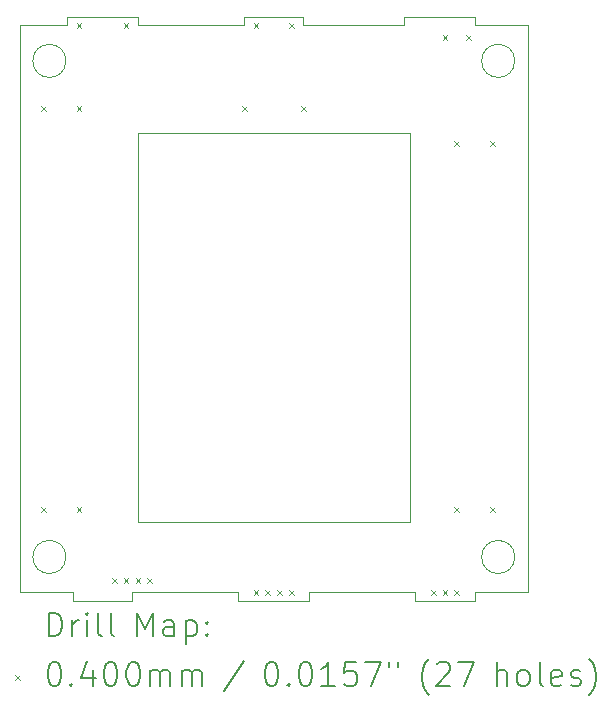
<source format=gbr>
%TF.GenerationSoftware,KiCad,Pcbnew,(7.0.0-0)*%
%TF.CreationDate,2024-03-30T14:09:14+02:00*%
%TF.ProjectId,radio-battery-replacement,72616469-6f2d-4626-9174-746572792d72,rev?*%
%TF.SameCoordinates,Original*%
%TF.FileFunction,Drillmap*%
%TF.FilePolarity,Positive*%
%FSLAX45Y45*%
G04 Gerber Fmt 4.5, Leading zero omitted, Abs format (unit mm)*
G04 Created by KiCad (PCBNEW (7.0.0-0)) date 2024-03-30 14:09:14*
%MOMM*%
%LPD*%
G01*
G04 APERTURE LIST*
%ADD10C,0.050000*%
%ADD11C,0.200000*%
%ADD12C,0.040000*%
G04 APERTURE END LIST*
D10*
X9000000Y-7000000D02*
X9000000Y-11800000D01*
X9450000Y-11875000D02*
X9950000Y-11875000D01*
X11450000Y-11800000D02*
X12350000Y-11800000D01*
X12350000Y-11875000D02*
X12850000Y-11875000D01*
X12350000Y-11800000D02*
X12350000Y-11875000D01*
X9450000Y-11800000D02*
X9450000Y-11875000D01*
X12850000Y-11875000D02*
X12850000Y-11800000D01*
X9450000Y-11800000D02*
X9000000Y-11800000D01*
X9950000Y-11875000D02*
X9950000Y-11800000D01*
X9950000Y-11800000D02*
X10850000Y-11800000D01*
X12850000Y-11800000D02*
X13300000Y-11800000D01*
X13300000Y-11800000D02*
X13300000Y-7000000D01*
X12250000Y-7000000D02*
X11400000Y-7000000D01*
X11400000Y-6925000D02*
X10900000Y-6925000D01*
X12250000Y-6925000D02*
X12250000Y-7000000D01*
X12850000Y-7000000D02*
X13300000Y-7000000D01*
X11400000Y-7000000D02*
X11400000Y-6925000D01*
X10900000Y-6925000D02*
X10900000Y-7000000D01*
X9400000Y-6925000D02*
X9400000Y-7000000D01*
X12850000Y-7000000D02*
X12850000Y-6925000D01*
X10000000Y-7000000D02*
X10000000Y-6925000D01*
X9400000Y-7000000D02*
X9000000Y-7000000D01*
X10000000Y-6925000D02*
X9400000Y-6925000D01*
X10900000Y-7000000D02*
X10000000Y-7000000D01*
X12850000Y-6925000D02*
X12250000Y-6925000D01*
X11450000Y-11875000D02*
X11450000Y-11800000D01*
X10850000Y-11800000D02*
X10850000Y-11875000D01*
X10850000Y-11875000D02*
X11450000Y-11875000D01*
X9390000Y-11500000D02*
G75*
G03*
X9390000Y-11500000I-140000J0D01*
G01*
X13190000Y-11500000D02*
G75*
G03*
X13190000Y-11500000I-140000J0D01*
G01*
X9390000Y-7300000D02*
G75*
G03*
X9390000Y-7300000I-140000J0D01*
G01*
X10000000Y-7910000D02*
X12300000Y-7910000D01*
X12300000Y-7910000D02*
X12300000Y-11200000D01*
X12300000Y-11200000D02*
X10000000Y-11200000D01*
X10000000Y-11200000D02*
X10000000Y-7910000D01*
X13190000Y-7300000D02*
G75*
G03*
X13190000Y-7300000I-140000J0D01*
G01*
D11*
D12*
X9180000Y-7680000D02*
X9220000Y-7720000D01*
X9220000Y-7680000D02*
X9180000Y-7720000D01*
X9180000Y-11080000D02*
X9220000Y-11120000D01*
X9220000Y-11080000D02*
X9180000Y-11120000D01*
X9480000Y-6980000D02*
X9520000Y-7020000D01*
X9520000Y-6980000D02*
X9480000Y-7020000D01*
X9480000Y-7680000D02*
X9520000Y-7720000D01*
X9520000Y-7680000D02*
X9480000Y-7720000D01*
X9480000Y-11080000D02*
X9520000Y-11120000D01*
X9520000Y-11080000D02*
X9480000Y-11120000D01*
X9780000Y-11680000D02*
X9820000Y-11720000D01*
X9820000Y-11680000D02*
X9780000Y-11720000D01*
X9880000Y-6980000D02*
X9920000Y-7020000D01*
X9920000Y-6980000D02*
X9880000Y-7020000D01*
X9880000Y-11680000D02*
X9920000Y-11720000D01*
X9920000Y-11680000D02*
X9880000Y-11720000D01*
X9980000Y-11680000D02*
X10020000Y-11720000D01*
X10020000Y-11680000D02*
X9980000Y-11720000D01*
X10080000Y-11680000D02*
X10120000Y-11720000D01*
X10120000Y-11680000D02*
X10080000Y-11720000D01*
X10880000Y-7680000D02*
X10920000Y-7720000D01*
X10920000Y-7680000D02*
X10880000Y-7720000D01*
X10980000Y-6980000D02*
X11020000Y-7020000D01*
X11020000Y-6980000D02*
X10980000Y-7020000D01*
X10980000Y-11780000D02*
X11020000Y-11820000D01*
X11020000Y-11780000D02*
X10980000Y-11820000D01*
X11080000Y-11780000D02*
X11120000Y-11820000D01*
X11120000Y-11780000D02*
X11080000Y-11820000D01*
X11180000Y-11780000D02*
X11220000Y-11820000D01*
X11220000Y-11780000D02*
X11180000Y-11820000D01*
X11280000Y-6980000D02*
X11320000Y-7020000D01*
X11320000Y-6980000D02*
X11280000Y-7020000D01*
X11280000Y-11780000D02*
X11320000Y-11820000D01*
X11320000Y-11780000D02*
X11280000Y-11820000D01*
X11380000Y-7680000D02*
X11420000Y-7720000D01*
X11420000Y-7680000D02*
X11380000Y-7720000D01*
X12480000Y-11780000D02*
X12520000Y-11820000D01*
X12520000Y-11780000D02*
X12480000Y-11820000D01*
X12580000Y-7080000D02*
X12620000Y-7120000D01*
X12620000Y-7080000D02*
X12580000Y-7120000D01*
X12580000Y-11780000D02*
X12620000Y-11820000D01*
X12620000Y-11780000D02*
X12580000Y-11820000D01*
X12680000Y-7980000D02*
X12720000Y-8020000D01*
X12720000Y-7980000D02*
X12680000Y-8020000D01*
X12680000Y-11080000D02*
X12720000Y-11120000D01*
X12720000Y-11080000D02*
X12680000Y-11120000D01*
X12680000Y-11780000D02*
X12720000Y-11820000D01*
X12720000Y-11780000D02*
X12680000Y-11820000D01*
X12780000Y-7080000D02*
X12820000Y-7120000D01*
X12820000Y-7080000D02*
X12780000Y-7120000D01*
X12980000Y-7980000D02*
X13020000Y-8020000D01*
X13020000Y-7980000D02*
X12980000Y-8020000D01*
X12980000Y-11080000D02*
X13020000Y-11120000D01*
X13020000Y-11080000D02*
X12980000Y-11120000D01*
D11*
X9245119Y-12170976D02*
X9245119Y-11970976D01*
X9245119Y-11970976D02*
X9292738Y-11970976D01*
X9292738Y-11970976D02*
X9321310Y-11980500D01*
X9321310Y-11980500D02*
X9340357Y-11999548D01*
X9340357Y-11999548D02*
X9349881Y-12018595D01*
X9349881Y-12018595D02*
X9359405Y-12056690D01*
X9359405Y-12056690D02*
X9359405Y-12085262D01*
X9359405Y-12085262D02*
X9349881Y-12123357D01*
X9349881Y-12123357D02*
X9340357Y-12142405D01*
X9340357Y-12142405D02*
X9321310Y-12161452D01*
X9321310Y-12161452D02*
X9292738Y-12170976D01*
X9292738Y-12170976D02*
X9245119Y-12170976D01*
X9445119Y-12170976D02*
X9445119Y-12037643D01*
X9445119Y-12075738D02*
X9454643Y-12056690D01*
X9454643Y-12056690D02*
X9464167Y-12047167D01*
X9464167Y-12047167D02*
X9483214Y-12037643D01*
X9483214Y-12037643D02*
X9502262Y-12037643D01*
X9568929Y-12170976D02*
X9568929Y-12037643D01*
X9568929Y-11970976D02*
X9559405Y-11980500D01*
X9559405Y-11980500D02*
X9568929Y-11990024D01*
X9568929Y-11990024D02*
X9578452Y-11980500D01*
X9578452Y-11980500D02*
X9568929Y-11970976D01*
X9568929Y-11970976D02*
X9568929Y-11990024D01*
X9692738Y-12170976D02*
X9673690Y-12161452D01*
X9673690Y-12161452D02*
X9664167Y-12142405D01*
X9664167Y-12142405D02*
X9664167Y-11970976D01*
X9797500Y-12170976D02*
X9778452Y-12161452D01*
X9778452Y-12161452D02*
X9768929Y-12142405D01*
X9768929Y-12142405D02*
X9768929Y-11970976D01*
X9993690Y-12170976D02*
X9993690Y-11970976D01*
X9993690Y-11970976D02*
X10060357Y-12113833D01*
X10060357Y-12113833D02*
X10127024Y-11970976D01*
X10127024Y-11970976D02*
X10127024Y-12170976D01*
X10307976Y-12170976D02*
X10307976Y-12066214D01*
X10307976Y-12066214D02*
X10298452Y-12047167D01*
X10298452Y-12047167D02*
X10279405Y-12037643D01*
X10279405Y-12037643D02*
X10241309Y-12037643D01*
X10241309Y-12037643D02*
X10222262Y-12047167D01*
X10307976Y-12161452D02*
X10288929Y-12170976D01*
X10288929Y-12170976D02*
X10241309Y-12170976D01*
X10241309Y-12170976D02*
X10222262Y-12161452D01*
X10222262Y-12161452D02*
X10212738Y-12142405D01*
X10212738Y-12142405D02*
X10212738Y-12123357D01*
X10212738Y-12123357D02*
X10222262Y-12104309D01*
X10222262Y-12104309D02*
X10241309Y-12094786D01*
X10241309Y-12094786D02*
X10288929Y-12094786D01*
X10288929Y-12094786D02*
X10307976Y-12085262D01*
X10403214Y-12037643D02*
X10403214Y-12237643D01*
X10403214Y-12047167D02*
X10422262Y-12037643D01*
X10422262Y-12037643D02*
X10460357Y-12037643D01*
X10460357Y-12037643D02*
X10479405Y-12047167D01*
X10479405Y-12047167D02*
X10488929Y-12056690D01*
X10488929Y-12056690D02*
X10498452Y-12075738D01*
X10498452Y-12075738D02*
X10498452Y-12132881D01*
X10498452Y-12132881D02*
X10488929Y-12151928D01*
X10488929Y-12151928D02*
X10479405Y-12161452D01*
X10479405Y-12161452D02*
X10460357Y-12170976D01*
X10460357Y-12170976D02*
X10422262Y-12170976D01*
X10422262Y-12170976D02*
X10403214Y-12161452D01*
X10584167Y-12151928D02*
X10593690Y-12161452D01*
X10593690Y-12161452D02*
X10584167Y-12170976D01*
X10584167Y-12170976D02*
X10574643Y-12161452D01*
X10574643Y-12161452D02*
X10584167Y-12151928D01*
X10584167Y-12151928D02*
X10584167Y-12170976D01*
X10584167Y-12047167D02*
X10593690Y-12056690D01*
X10593690Y-12056690D02*
X10584167Y-12066214D01*
X10584167Y-12066214D02*
X10574643Y-12056690D01*
X10574643Y-12056690D02*
X10584167Y-12047167D01*
X10584167Y-12047167D02*
X10584167Y-12066214D01*
D12*
X8957500Y-12497500D02*
X8997500Y-12537500D01*
X8997500Y-12497500D02*
X8957500Y-12537500D01*
D11*
X9283214Y-12390976D02*
X9302262Y-12390976D01*
X9302262Y-12390976D02*
X9321310Y-12400500D01*
X9321310Y-12400500D02*
X9330833Y-12410024D01*
X9330833Y-12410024D02*
X9340357Y-12429071D01*
X9340357Y-12429071D02*
X9349881Y-12467167D01*
X9349881Y-12467167D02*
X9349881Y-12514786D01*
X9349881Y-12514786D02*
X9340357Y-12552881D01*
X9340357Y-12552881D02*
X9330833Y-12571928D01*
X9330833Y-12571928D02*
X9321310Y-12581452D01*
X9321310Y-12581452D02*
X9302262Y-12590976D01*
X9302262Y-12590976D02*
X9283214Y-12590976D01*
X9283214Y-12590976D02*
X9264167Y-12581452D01*
X9264167Y-12581452D02*
X9254643Y-12571928D01*
X9254643Y-12571928D02*
X9245119Y-12552881D01*
X9245119Y-12552881D02*
X9235595Y-12514786D01*
X9235595Y-12514786D02*
X9235595Y-12467167D01*
X9235595Y-12467167D02*
X9245119Y-12429071D01*
X9245119Y-12429071D02*
X9254643Y-12410024D01*
X9254643Y-12410024D02*
X9264167Y-12400500D01*
X9264167Y-12400500D02*
X9283214Y-12390976D01*
X9435595Y-12571928D02*
X9445119Y-12581452D01*
X9445119Y-12581452D02*
X9435595Y-12590976D01*
X9435595Y-12590976D02*
X9426071Y-12581452D01*
X9426071Y-12581452D02*
X9435595Y-12571928D01*
X9435595Y-12571928D02*
X9435595Y-12590976D01*
X9616548Y-12457643D02*
X9616548Y-12590976D01*
X9568929Y-12381452D02*
X9521310Y-12524309D01*
X9521310Y-12524309D02*
X9645119Y-12524309D01*
X9759405Y-12390976D02*
X9778452Y-12390976D01*
X9778452Y-12390976D02*
X9797500Y-12400500D01*
X9797500Y-12400500D02*
X9807024Y-12410024D01*
X9807024Y-12410024D02*
X9816548Y-12429071D01*
X9816548Y-12429071D02*
X9826071Y-12467167D01*
X9826071Y-12467167D02*
X9826071Y-12514786D01*
X9826071Y-12514786D02*
X9816548Y-12552881D01*
X9816548Y-12552881D02*
X9807024Y-12571928D01*
X9807024Y-12571928D02*
X9797500Y-12581452D01*
X9797500Y-12581452D02*
X9778452Y-12590976D01*
X9778452Y-12590976D02*
X9759405Y-12590976D01*
X9759405Y-12590976D02*
X9740357Y-12581452D01*
X9740357Y-12581452D02*
X9730833Y-12571928D01*
X9730833Y-12571928D02*
X9721310Y-12552881D01*
X9721310Y-12552881D02*
X9711786Y-12514786D01*
X9711786Y-12514786D02*
X9711786Y-12467167D01*
X9711786Y-12467167D02*
X9721310Y-12429071D01*
X9721310Y-12429071D02*
X9730833Y-12410024D01*
X9730833Y-12410024D02*
X9740357Y-12400500D01*
X9740357Y-12400500D02*
X9759405Y-12390976D01*
X9949881Y-12390976D02*
X9968929Y-12390976D01*
X9968929Y-12390976D02*
X9987976Y-12400500D01*
X9987976Y-12400500D02*
X9997500Y-12410024D01*
X9997500Y-12410024D02*
X10007024Y-12429071D01*
X10007024Y-12429071D02*
X10016548Y-12467167D01*
X10016548Y-12467167D02*
X10016548Y-12514786D01*
X10016548Y-12514786D02*
X10007024Y-12552881D01*
X10007024Y-12552881D02*
X9997500Y-12571928D01*
X9997500Y-12571928D02*
X9987976Y-12581452D01*
X9987976Y-12581452D02*
X9968929Y-12590976D01*
X9968929Y-12590976D02*
X9949881Y-12590976D01*
X9949881Y-12590976D02*
X9930833Y-12581452D01*
X9930833Y-12581452D02*
X9921310Y-12571928D01*
X9921310Y-12571928D02*
X9911786Y-12552881D01*
X9911786Y-12552881D02*
X9902262Y-12514786D01*
X9902262Y-12514786D02*
X9902262Y-12467167D01*
X9902262Y-12467167D02*
X9911786Y-12429071D01*
X9911786Y-12429071D02*
X9921310Y-12410024D01*
X9921310Y-12410024D02*
X9930833Y-12400500D01*
X9930833Y-12400500D02*
X9949881Y-12390976D01*
X10102262Y-12590976D02*
X10102262Y-12457643D01*
X10102262Y-12476690D02*
X10111786Y-12467167D01*
X10111786Y-12467167D02*
X10130833Y-12457643D01*
X10130833Y-12457643D02*
X10159405Y-12457643D01*
X10159405Y-12457643D02*
X10178452Y-12467167D01*
X10178452Y-12467167D02*
X10187976Y-12486214D01*
X10187976Y-12486214D02*
X10187976Y-12590976D01*
X10187976Y-12486214D02*
X10197500Y-12467167D01*
X10197500Y-12467167D02*
X10216548Y-12457643D01*
X10216548Y-12457643D02*
X10245119Y-12457643D01*
X10245119Y-12457643D02*
X10264167Y-12467167D01*
X10264167Y-12467167D02*
X10273691Y-12486214D01*
X10273691Y-12486214D02*
X10273691Y-12590976D01*
X10368929Y-12590976D02*
X10368929Y-12457643D01*
X10368929Y-12476690D02*
X10378452Y-12467167D01*
X10378452Y-12467167D02*
X10397500Y-12457643D01*
X10397500Y-12457643D02*
X10426072Y-12457643D01*
X10426072Y-12457643D02*
X10445119Y-12467167D01*
X10445119Y-12467167D02*
X10454643Y-12486214D01*
X10454643Y-12486214D02*
X10454643Y-12590976D01*
X10454643Y-12486214D02*
X10464167Y-12467167D01*
X10464167Y-12467167D02*
X10483214Y-12457643D01*
X10483214Y-12457643D02*
X10511786Y-12457643D01*
X10511786Y-12457643D02*
X10530833Y-12467167D01*
X10530833Y-12467167D02*
X10540357Y-12486214D01*
X10540357Y-12486214D02*
X10540357Y-12590976D01*
X10898452Y-12381452D02*
X10727024Y-12638595D01*
X11123214Y-12390976D02*
X11142262Y-12390976D01*
X11142262Y-12390976D02*
X11161310Y-12400500D01*
X11161310Y-12400500D02*
X11170833Y-12410024D01*
X11170833Y-12410024D02*
X11180357Y-12429071D01*
X11180357Y-12429071D02*
X11189881Y-12467167D01*
X11189881Y-12467167D02*
X11189881Y-12514786D01*
X11189881Y-12514786D02*
X11180357Y-12552881D01*
X11180357Y-12552881D02*
X11170833Y-12571928D01*
X11170833Y-12571928D02*
X11161310Y-12581452D01*
X11161310Y-12581452D02*
X11142262Y-12590976D01*
X11142262Y-12590976D02*
X11123214Y-12590976D01*
X11123214Y-12590976D02*
X11104167Y-12581452D01*
X11104167Y-12581452D02*
X11094643Y-12571928D01*
X11094643Y-12571928D02*
X11085119Y-12552881D01*
X11085119Y-12552881D02*
X11075595Y-12514786D01*
X11075595Y-12514786D02*
X11075595Y-12467167D01*
X11075595Y-12467167D02*
X11085119Y-12429071D01*
X11085119Y-12429071D02*
X11094643Y-12410024D01*
X11094643Y-12410024D02*
X11104167Y-12400500D01*
X11104167Y-12400500D02*
X11123214Y-12390976D01*
X11275595Y-12571928D02*
X11285119Y-12581452D01*
X11285119Y-12581452D02*
X11275595Y-12590976D01*
X11275595Y-12590976D02*
X11266071Y-12581452D01*
X11266071Y-12581452D02*
X11275595Y-12571928D01*
X11275595Y-12571928D02*
X11275595Y-12590976D01*
X11408929Y-12390976D02*
X11427976Y-12390976D01*
X11427976Y-12390976D02*
X11447024Y-12400500D01*
X11447024Y-12400500D02*
X11456548Y-12410024D01*
X11456548Y-12410024D02*
X11466071Y-12429071D01*
X11466071Y-12429071D02*
X11475595Y-12467167D01*
X11475595Y-12467167D02*
X11475595Y-12514786D01*
X11475595Y-12514786D02*
X11466071Y-12552881D01*
X11466071Y-12552881D02*
X11456548Y-12571928D01*
X11456548Y-12571928D02*
X11447024Y-12581452D01*
X11447024Y-12581452D02*
X11427976Y-12590976D01*
X11427976Y-12590976D02*
X11408929Y-12590976D01*
X11408929Y-12590976D02*
X11389881Y-12581452D01*
X11389881Y-12581452D02*
X11380357Y-12571928D01*
X11380357Y-12571928D02*
X11370833Y-12552881D01*
X11370833Y-12552881D02*
X11361310Y-12514786D01*
X11361310Y-12514786D02*
X11361310Y-12467167D01*
X11361310Y-12467167D02*
X11370833Y-12429071D01*
X11370833Y-12429071D02*
X11380357Y-12410024D01*
X11380357Y-12410024D02*
X11389881Y-12400500D01*
X11389881Y-12400500D02*
X11408929Y-12390976D01*
X11666071Y-12590976D02*
X11551786Y-12590976D01*
X11608929Y-12590976D02*
X11608929Y-12390976D01*
X11608929Y-12390976D02*
X11589881Y-12419548D01*
X11589881Y-12419548D02*
X11570833Y-12438595D01*
X11570833Y-12438595D02*
X11551786Y-12448119D01*
X11847024Y-12390976D02*
X11751786Y-12390976D01*
X11751786Y-12390976D02*
X11742262Y-12486214D01*
X11742262Y-12486214D02*
X11751786Y-12476690D01*
X11751786Y-12476690D02*
X11770833Y-12467167D01*
X11770833Y-12467167D02*
X11818452Y-12467167D01*
X11818452Y-12467167D02*
X11837500Y-12476690D01*
X11837500Y-12476690D02*
X11847024Y-12486214D01*
X11847024Y-12486214D02*
X11856548Y-12505262D01*
X11856548Y-12505262D02*
X11856548Y-12552881D01*
X11856548Y-12552881D02*
X11847024Y-12571928D01*
X11847024Y-12571928D02*
X11837500Y-12581452D01*
X11837500Y-12581452D02*
X11818452Y-12590976D01*
X11818452Y-12590976D02*
X11770833Y-12590976D01*
X11770833Y-12590976D02*
X11751786Y-12581452D01*
X11751786Y-12581452D02*
X11742262Y-12571928D01*
X11923214Y-12390976D02*
X12056548Y-12390976D01*
X12056548Y-12390976D02*
X11970833Y-12590976D01*
X12123214Y-12390976D02*
X12123214Y-12429071D01*
X12199405Y-12390976D02*
X12199405Y-12429071D01*
X12462262Y-12667167D02*
X12452738Y-12657643D01*
X12452738Y-12657643D02*
X12433691Y-12629071D01*
X12433691Y-12629071D02*
X12424167Y-12610024D01*
X12424167Y-12610024D02*
X12414643Y-12581452D01*
X12414643Y-12581452D02*
X12405119Y-12533833D01*
X12405119Y-12533833D02*
X12405119Y-12495738D01*
X12405119Y-12495738D02*
X12414643Y-12448119D01*
X12414643Y-12448119D02*
X12424167Y-12419548D01*
X12424167Y-12419548D02*
X12433691Y-12400500D01*
X12433691Y-12400500D02*
X12452738Y-12371928D01*
X12452738Y-12371928D02*
X12462262Y-12362405D01*
X12528929Y-12410024D02*
X12538452Y-12400500D01*
X12538452Y-12400500D02*
X12557500Y-12390976D01*
X12557500Y-12390976D02*
X12605119Y-12390976D01*
X12605119Y-12390976D02*
X12624167Y-12400500D01*
X12624167Y-12400500D02*
X12633691Y-12410024D01*
X12633691Y-12410024D02*
X12643214Y-12429071D01*
X12643214Y-12429071D02*
X12643214Y-12448119D01*
X12643214Y-12448119D02*
X12633691Y-12476690D01*
X12633691Y-12476690D02*
X12519405Y-12590976D01*
X12519405Y-12590976D02*
X12643214Y-12590976D01*
X12709881Y-12390976D02*
X12843214Y-12390976D01*
X12843214Y-12390976D02*
X12757500Y-12590976D01*
X13039405Y-12590976D02*
X13039405Y-12390976D01*
X13125119Y-12590976D02*
X13125119Y-12486214D01*
X13125119Y-12486214D02*
X13115595Y-12467167D01*
X13115595Y-12467167D02*
X13096548Y-12457643D01*
X13096548Y-12457643D02*
X13067976Y-12457643D01*
X13067976Y-12457643D02*
X13048929Y-12467167D01*
X13048929Y-12467167D02*
X13039405Y-12476690D01*
X13248929Y-12590976D02*
X13229881Y-12581452D01*
X13229881Y-12581452D02*
X13220357Y-12571928D01*
X13220357Y-12571928D02*
X13210833Y-12552881D01*
X13210833Y-12552881D02*
X13210833Y-12495738D01*
X13210833Y-12495738D02*
X13220357Y-12476690D01*
X13220357Y-12476690D02*
X13229881Y-12467167D01*
X13229881Y-12467167D02*
X13248929Y-12457643D01*
X13248929Y-12457643D02*
X13277500Y-12457643D01*
X13277500Y-12457643D02*
X13296548Y-12467167D01*
X13296548Y-12467167D02*
X13306072Y-12476690D01*
X13306072Y-12476690D02*
X13315595Y-12495738D01*
X13315595Y-12495738D02*
X13315595Y-12552881D01*
X13315595Y-12552881D02*
X13306072Y-12571928D01*
X13306072Y-12571928D02*
X13296548Y-12581452D01*
X13296548Y-12581452D02*
X13277500Y-12590976D01*
X13277500Y-12590976D02*
X13248929Y-12590976D01*
X13429881Y-12590976D02*
X13410833Y-12581452D01*
X13410833Y-12581452D02*
X13401310Y-12562405D01*
X13401310Y-12562405D02*
X13401310Y-12390976D01*
X13582262Y-12581452D02*
X13563214Y-12590976D01*
X13563214Y-12590976D02*
X13525119Y-12590976D01*
X13525119Y-12590976D02*
X13506072Y-12581452D01*
X13506072Y-12581452D02*
X13496548Y-12562405D01*
X13496548Y-12562405D02*
X13496548Y-12486214D01*
X13496548Y-12486214D02*
X13506072Y-12467167D01*
X13506072Y-12467167D02*
X13525119Y-12457643D01*
X13525119Y-12457643D02*
X13563214Y-12457643D01*
X13563214Y-12457643D02*
X13582262Y-12467167D01*
X13582262Y-12467167D02*
X13591786Y-12486214D01*
X13591786Y-12486214D02*
X13591786Y-12505262D01*
X13591786Y-12505262D02*
X13496548Y-12524309D01*
X13667976Y-12581452D02*
X13687024Y-12590976D01*
X13687024Y-12590976D02*
X13725119Y-12590976D01*
X13725119Y-12590976D02*
X13744167Y-12581452D01*
X13744167Y-12581452D02*
X13753691Y-12562405D01*
X13753691Y-12562405D02*
X13753691Y-12552881D01*
X13753691Y-12552881D02*
X13744167Y-12533833D01*
X13744167Y-12533833D02*
X13725119Y-12524309D01*
X13725119Y-12524309D02*
X13696548Y-12524309D01*
X13696548Y-12524309D02*
X13677500Y-12514786D01*
X13677500Y-12514786D02*
X13667976Y-12495738D01*
X13667976Y-12495738D02*
X13667976Y-12486214D01*
X13667976Y-12486214D02*
X13677500Y-12467167D01*
X13677500Y-12467167D02*
X13696548Y-12457643D01*
X13696548Y-12457643D02*
X13725119Y-12457643D01*
X13725119Y-12457643D02*
X13744167Y-12467167D01*
X13820357Y-12667167D02*
X13829881Y-12657643D01*
X13829881Y-12657643D02*
X13848929Y-12629071D01*
X13848929Y-12629071D02*
X13858453Y-12610024D01*
X13858453Y-12610024D02*
X13867976Y-12581452D01*
X13867976Y-12581452D02*
X13877500Y-12533833D01*
X13877500Y-12533833D02*
X13877500Y-12495738D01*
X13877500Y-12495738D02*
X13867976Y-12448119D01*
X13867976Y-12448119D02*
X13858453Y-12419548D01*
X13858453Y-12419548D02*
X13848929Y-12400500D01*
X13848929Y-12400500D02*
X13829881Y-12371928D01*
X13829881Y-12371928D02*
X13820357Y-12362405D01*
M02*

</source>
